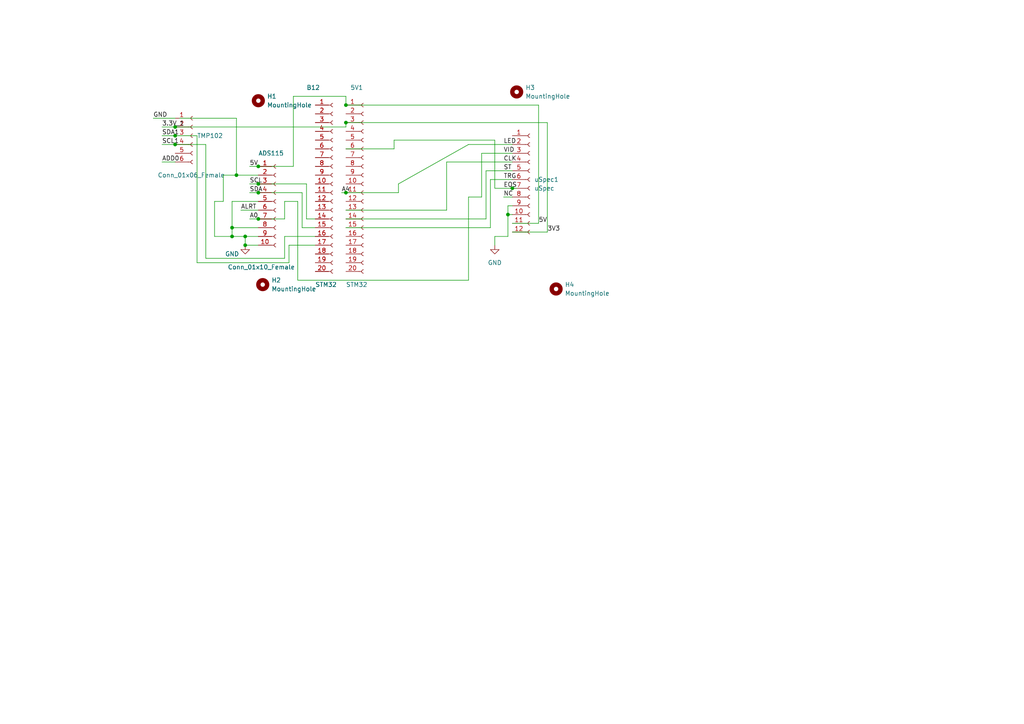
<source format=kicad_sch>
(kicad_sch (version 20211123) (generator eeschema)

  (uuid 9538e4ed-27e6-4c37-b989-9859dc0d49e8)

  (paper "A4")

  (lib_symbols
    (symbol "Connector:Conn_01x06_Female" (pin_names (offset 1.016) hide) (in_bom yes) (on_board yes)
      (property "Reference" "J" (id 0) (at 0 7.62 0)
        (effects (font (size 1.27 1.27)))
      )
      (property "Value" "Conn_01x06_Female" (id 1) (at 0 -10.16 0)
        (effects (font (size 1.27 1.27)))
      )
      (property "Footprint" "" (id 2) (at 0 0 0)
        (effects (font (size 1.27 1.27)) hide)
      )
      (property "Datasheet" "~" (id 3) (at 0 0 0)
        (effects (font (size 1.27 1.27)) hide)
      )
      (property "ki_keywords" "connector" (id 4) (at 0 0 0)
        (effects (font (size 1.27 1.27)) hide)
      )
      (property "ki_description" "Generic connector, single row, 01x06, script generated (kicad-library-utils/schlib/autogen/connector/)" (id 5) (at 0 0 0)
        (effects (font (size 1.27 1.27)) hide)
      )
      (property "ki_fp_filters" "Connector*:*_1x??_*" (id 6) (at 0 0 0)
        (effects (font (size 1.27 1.27)) hide)
      )
      (symbol "Conn_01x06_Female_1_1"
        (arc (start 0 -7.112) (mid -0.508 -7.62) (end 0 -8.128)
          (stroke (width 0.1524) (type default) (color 0 0 0 0))
          (fill (type none))
        )
        (arc (start 0 -4.572) (mid -0.508 -5.08) (end 0 -5.588)
          (stroke (width 0.1524) (type default) (color 0 0 0 0))
          (fill (type none))
        )
        (arc (start 0 -2.032) (mid -0.508 -2.54) (end 0 -3.048)
          (stroke (width 0.1524) (type default) (color 0 0 0 0))
          (fill (type none))
        )
        (polyline
          (pts
            (xy -1.27 -7.62)
            (xy -0.508 -7.62)
          )
          (stroke (width 0.1524) (type default) (color 0 0 0 0))
          (fill (type none))
        )
        (polyline
          (pts
            (xy -1.27 -5.08)
            (xy -0.508 -5.08)
          )
          (stroke (width 0.1524) (type default) (color 0 0 0 0))
          (fill (type none))
        )
        (polyline
          (pts
            (xy -1.27 -2.54)
            (xy -0.508 -2.54)
          )
          (stroke (width 0.1524) (type default) (color 0 0 0 0))
          (fill (type none))
        )
        (polyline
          (pts
            (xy -1.27 0)
            (xy -0.508 0)
          )
          (stroke (width 0.1524) (type default) (color 0 0 0 0))
          (fill (type none))
        )
        (polyline
          (pts
            (xy -1.27 2.54)
            (xy -0.508 2.54)
          )
          (stroke (width 0.1524) (type default) (color 0 0 0 0))
          (fill (type none))
        )
        (polyline
          (pts
            (xy -1.27 5.08)
            (xy -0.508 5.08)
          )
          (stroke (width 0.1524) (type default) (color 0 0 0 0))
          (fill (type none))
        )
        (arc (start 0 0.508) (mid -0.508 0) (end 0 -0.508)
          (stroke (width 0.1524) (type default) (color 0 0 0 0))
          (fill (type none))
        )
        (arc (start 0 3.048) (mid -0.508 2.54) (end 0 2.032)
          (stroke (width 0.1524) (type default) (color 0 0 0 0))
          (fill (type none))
        )
        (arc (start 0 5.588) (mid -0.508 5.08) (end 0 4.572)
          (stroke (width 0.1524) (type default) (color 0 0 0 0))
          (fill (type none))
        )
        (pin passive line (at -5.08 5.08 0) (length 3.81)
          (name "Pin_1" (effects (font (size 1.27 1.27))))
          (number "1" (effects (font (size 1.27 1.27))))
        )
        (pin passive line (at -5.08 2.54 0) (length 3.81)
          (name "Pin_2" (effects (font (size 1.27 1.27))))
          (number "2" (effects (font (size 1.27 1.27))))
        )
        (pin passive line (at -5.08 0 0) (length 3.81)
          (name "Pin_3" (effects (font (size 1.27 1.27))))
          (number "3" (effects (font (size 1.27 1.27))))
        )
        (pin passive line (at -5.08 -2.54 0) (length 3.81)
          (name "Pin_4" (effects (font (size 1.27 1.27))))
          (number "4" (effects (font (size 1.27 1.27))))
        )
        (pin passive line (at -5.08 -5.08 0) (length 3.81)
          (name "Pin_5" (effects (font (size 1.27 1.27))))
          (number "5" (effects (font (size 1.27 1.27))))
        )
        (pin passive line (at -5.08 -7.62 0) (length 3.81)
          (name "Pin_6" (effects (font (size 1.27 1.27))))
          (number "6" (effects (font (size 1.27 1.27))))
        )
      )
    )
    (symbol "Connector:Conn_01x10_Female" (pin_names (offset 1.016) hide) (in_bom yes) (on_board yes)
      (property "Reference" "J" (id 0) (at 0 12.7 0)
        (effects (font (size 1.27 1.27)))
      )
      (property "Value" "Conn_01x10_Female" (id 1) (at 0 -15.24 0)
        (effects (font (size 1.27 1.27)))
      )
      (property "Footprint" "" (id 2) (at 0 0 0)
        (effects (font (size 1.27 1.27)) hide)
      )
      (property "Datasheet" "~" (id 3) (at 0 0 0)
        (effects (font (size 1.27 1.27)) hide)
      )
      (property "ki_keywords" "connector" (id 4) (at 0 0 0)
        (effects (font (size 1.27 1.27)) hide)
      )
      (property "ki_description" "Generic connector, single row, 01x10, script generated (kicad-library-utils/schlib/autogen/connector/)" (id 5) (at 0 0 0)
        (effects (font (size 1.27 1.27)) hide)
      )
      (property "ki_fp_filters" "Connector*:*_1x??_*" (id 6) (at 0 0 0)
        (effects (font (size 1.27 1.27)) hide)
      )
      (symbol "Conn_01x10_Female_1_1"
        (arc (start 0 -12.192) (mid -0.508 -12.7) (end 0 -13.208)
          (stroke (width 0.1524) (type default) (color 0 0 0 0))
          (fill (type none))
        )
        (arc (start 0 -9.652) (mid -0.508 -10.16) (end 0 -10.668)
          (stroke (width 0.1524) (type default) (color 0 0 0 0))
          (fill (type none))
        )
        (arc (start 0 -7.112) (mid -0.508 -7.62) (end 0 -8.128)
          (stroke (width 0.1524) (type default) (color 0 0 0 0))
          (fill (type none))
        )
        (arc (start 0 -4.572) (mid -0.508 -5.08) (end 0 -5.588)
          (stroke (width 0.1524) (type default) (color 0 0 0 0))
          (fill (type none))
        )
        (arc (start 0 -2.032) (mid -0.508 -2.54) (end 0 -3.048)
          (stroke (width 0.1524) (type default) (color 0 0 0 0))
          (fill (type none))
        )
        (polyline
          (pts
            (xy -1.27 -12.7)
            (xy -0.508 -12.7)
          )
          (stroke (width 0.1524) (type default) (color 0 0 0 0))
          (fill (type none))
        )
        (polyline
          (pts
            (xy -1.27 -10.16)
            (xy -0.508 -10.16)
          )
          (stroke (width 0.1524) (type default) (color 0 0 0 0))
          (fill (type none))
        )
        (polyline
          (pts
            (xy -1.27 -7.62)
            (xy -0.508 -7.62)
          )
          (stroke (width 0.1524) (type default) (color 0 0 0 0))
          (fill (type none))
        )
        (polyline
          (pts
            (xy -1.27 -5.08)
            (xy -0.508 -5.08)
          )
          (stroke (width 0.1524) (type default) (color 0 0 0 0))
          (fill (type none))
        )
        (polyline
          (pts
            (xy -1.27 -2.54)
            (xy -0.508 -2.54)
          )
          (stroke (width 0.1524) (type default) (color 0 0 0 0))
          (fill (type none))
        )
        (polyline
          (pts
            (xy -1.27 0)
            (xy -0.508 0)
          )
          (stroke (width 0.1524) (type default) (color 0 0 0 0))
          (fill (type none))
        )
        (polyline
          (pts
            (xy -1.27 2.54)
            (xy -0.508 2.54)
          )
          (stroke (width 0.1524) (type default) (color 0 0 0 0))
          (fill (type none))
        )
        (polyline
          (pts
            (xy -1.27 5.08)
            (xy -0.508 5.08)
          )
          (stroke (width 0.1524) (type default) (color 0 0 0 0))
          (fill (type none))
        )
        (polyline
          (pts
            (xy -1.27 7.62)
            (xy -0.508 7.62)
          )
          (stroke (width 0.1524) (type default) (color 0 0 0 0))
          (fill (type none))
        )
        (polyline
          (pts
            (xy -1.27 10.16)
            (xy -0.508 10.16)
          )
          (stroke (width 0.1524) (type default) (color 0 0 0 0))
          (fill (type none))
        )
        (arc (start 0 0.508) (mid -0.508 0) (end 0 -0.508)
          (stroke (width 0.1524) (type default) (color 0 0 0 0))
          (fill (type none))
        )
        (arc (start 0 3.048) (mid -0.508 2.54) (end 0 2.032)
          (stroke (width 0.1524) (type default) (color 0 0 0 0))
          (fill (type none))
        )
        (arc (start 0 5.588) (mid -0.508 5.08) (end 0 4.572)
          (stroke (width 0.1524) (type default) (color 0 0 0 0))
          (fill (type none))
        )
        (arc (start 0 8.128) (mid -0.508 7.62) (end 0 7.112)
          (stroke (width 0.1524) (type default) (color 0 0 0 0))
          (fill (type none))
        )
        (arc (start 0 10.668) (mid -0.508 10.16) (end 0 9.652)
          (stroke (width 0.1524) (type default) (color 0 0 0 0))
          (fill (type none))
        )
        (pin passive line (at -5.08 10.16 0) (length 3.81)
          (name "Pin_1" (effects (font (size 1.27 1.27))))
          (number "1" (effects (font (size 1.27 1.27))))
        )
        (pin passive line (at -5.08 -12.7 0) (length 3.81)
          (name "Pin_10" (effects (font (size 1.27 1.27))))
          (number "10" (effects (font (size 1.27 1.27))))
        )
        (pin passive line (at -5.08 7.62 0) (length 3.81)
          (name "Pin_2" (effects (font (size 1.27 1.27))))
          (number "2" (effects (font (size 1.27 1.27))))
        )
        (pin passive line (at -5.08 5.08 0) (length 3.81)
          (name "Pin_3" (effects (font (size 1.27 1.27))))
          (number "3" (effects (font (size 1.27 1.27))))
        )
        (pin passive line (at -5.08 2.54 0) (length 3.81)
          (name "Pin_4" (effects (font (size 1.27 1.27))))
          (number "4" (effects (font (size 1.27 1.27))))
        )
        (pin passive line (at -5.08 0 0) (length 3.81)
          (name "Pin_5" (effects (font (size 1.27 1.27))))
          (number "5" (effects (font (size 1.27 1.27))))
        )
        (pin passive line (at -5.08 -2.54 0) (length 3.81)
          (name "Pin_6" (effects (font (size 1.27 1.27))))
          (number "6" (effects (font (size 1.27 1.27))))
        )
        (pin passive line (at -5.08 -5.08 0) (length 3.81)
          (name "Pin_7" (effects (font (size 1.27 1.27))))
          (number "7" (effects (font (size 1.27 1.27))))
        )
        (pin passive line (at -5.08 -7.62 0) (length 3.81)
          (name "Pin_8" (effects (font (size 1.27 1.27))))
          (number "8" (effects (font (size 1.27 1.27))))
        )
        (pin passive line (at -5.08 -10.16 0) (length 3.81)
          (name "Pin_9" (effects (font (size 1.27 1.27))))
          (number "9" (effects (font (size 1.27 1.27))))
        )
      )
    )
    (symbol "Connector:Conn_01x12_Female" (pin_names (offset 1.016) hide) (in_bom yes) (on_board yes)
      (property "Reference" "J" (id 0) (at 0 15.24 0)
        (effects (font (size 1.27 1.27)))
      )
      (property "Value" "Conn_01x12_Female" (id 1) (at 0 -17.78 0)
        (effects (font (size 1.27 1.27)))
      )
      (property "Footprint" "" (id 2) (at 0 0 0)
        (effects (font (size 1.27 1.27)) hide)
      )
      (property "Datasheet" "~" (id 3) (at 0 0 0)
        (effects (font (size 1.27 1.27)) hide)
      )
      (property "ki_keywords" "connector" (id 4) (at 0 0 0)
        (effects (font (size 1.27 1.27)) hide)
      )
      (property "ki_description" "Generic connector, single row, 01x12, script generated (kicad-library-utils/schlib/autogen/connector/)" (id 5) (at 0 0 0)
        (effects (font (size 1.27 1.27)) hide)
      )
      (property "ki_fp_filters" "Connector*:*_1x??_*" (id 6) (at 0 0 0)
        (effects (font (size 1.27 1.27)) hide)
      )
      (symbol "Conn_01x12_Female_1_1"
        (arc (start 0 -14.732) (mid -0.508 -15.24) (end 0 -15.748)
          (stroke (width 0.1524) (type default) (color 0 0 0 0))
          (fill (type none))
        )
        (arc (start 0 -12.192) (mid -0.508 -12.7) (end 0 -13.208)
          (stroke (width 0.1524) (type default) (color 0 0 0 0))
          (fill (type none))
        )
        (arc (start 0 -9.652) (mid -0.508 -10.16) (end 0 -10.668)
          (stroke (width 0.1524) (type default) (color 0 0 0 0))
          (fill (type none))
        )
        (arc (start 0 -7.112) (mid -0.508 -7.62) (end 0 -8.128)
          (stroke (width 0.1524) (type default) (color 0 0 0 0))
          (fill (type none))
        )
        (arc (start 0 -4.572) (mid -0.508 -5.08) (end 0 -5.588)
          (stroke (width 0.1524) (type default) (color 0 0 0 0))
          (fill (type none))
        )
        (arc (start 0 -2.032) (mid -0.508 -2.54) (end 0 -3.048)
          (stroke (width 0.1524) (type default) (color 0 0 0 0))
          (fill (type none))
        )
        (polyline
          (pts
            (xy -1.27 -15.24)
            (xy -0.508 -15.24)
          )
          (stroke (width 0.1524) (type default) (color 0 0 0 0))
          (fill (type none))
        )
        (polyline
          (pts
            (xy -1.27 -12.7)
            (xy -0.508 -12.7)
          )
          (stroke (width 0.1524) (type default) (color 0 0 0 0))
          (fill (type none))
        )
        (polyline
          (pts
            (xy -1.27 -10.16)
            (xy -0.508 -10.16)
          )
          (stroke (width 0.1524) (type default) (color 0 0 0 0))
          (fill (type none))
        )
        (polyline
          (pts
            (xy -1.27 -7.62)
            (xy -0.508 -7.62)
          )
          (stroke (width 0.1524) (type default) (color 0 0 0 0))
          (fill (type none))
        )
        (polyline
          (pts
            (xy -1.27 -5.08)
            (xy -0.508 -5.08)
          )
          (stroke (width 0.1524) (type default) (color 0 0 0 0))
          (fill (type none))
        )
        (polyline
          (pts
            (xy -1.27 -2.54)
            (xy -0.508 -2.54)
          )
          (stroke (width 0.1524) (type default) (color 0 0 0 0))
          (fill (type none))
        )
        (polyline
          (pts
            (xy -1.27 0)
            (xy -0.508 0)
          )
          (stroke (width 0.1524) (type default) (color 0 0 0 0))
          (fill (type none))
        )
        (polyline
          (pts
            (xy -1.27 2.54)
            (xy -0.508 2.54)
          )
          (stroke (width 0.1524) (type default) (color 0 0 0 0))
          (fill (type none))
        )
        (polyline
          (pts
            (xy -1.27 5.08)
            (xy -0.508 5.08)
          )
          (stroke (width 0.1524) (type default) (color 0 0 0 0))
          (fill (type none))
        )
        (polyline
          (pts
            (xy -1.27 7.62)
            (xy -0.508 7.62)
          )
          (stroke (width 0.1524) (type default) (color 0 0 0 0))
          (fill (type none))
        )
        (polyline
          (pts
            (xy -1.27 10.16)
            (xy -0.508 10.16)
          )
          (stroke (width 0.1524) (type default) (color 0 0 0 0))
          (fill (type none))
        )
        (polyline
          (pts
            (xy -1.27 12.7)
            (xy -0.508 12.7)
          )
          (stroke (width 0.1524) (type default) (color 0 0 0 0))
          (fill (type none))
        )
        (arc (start 0 0.508) (mid -0.508 0) (end 0 -0.508)
          (stroke (width 0.1524) (type default) (color 0 0 0 0))
          (fill (type none))
        )
        (arc (start 0 3.048) (mid -0.508 2.54) (end 0 2.032)
          (stroke (width 0.1524) (type default) (color 0 0 0 0))
          (fill (type none))
        )
        (arc (start 0 5.588) (mid -0.508 5.08) (end 0 4.572)
          (stroke (width 0.1524) (type default) (color 0 0 0 0))
          (fill (type none))
        )
        (arc (start 0 8.128) (mid -0.508 7.62) (end 0 7.112)
          (stroke (width 0.1524) (type default) (color 0 0 0 0))
          (fill (type none))
        )
        (arc (start 0 10.668) (mid -0.508 10.16) (end 0 9.652)
          (stroke (width 0.1524) (type default) (color 0 0 0 0))
          (fill (type none))
        )
        (arc (start 0 13.208) (mid -0.508 12.7) (end 0 12.192)
          (stroke (width 0.1524) (type default) (color 0 0 0 0))
          (fill (type none))
        )
        (pin passive line (at -5.08 12.7 0) (length 3.81)
          (name "Pin_1" (effects (font (size 1.27 1.27))))
          (number "1" (effects (font (size 1.27 1.27))))
        )
        (pin passive line (at -5.08 -10.16 0) (length 3.81)
          (name "Pin_10" (effects (font (size 1.27 1.27))))
          (number "10" (effects (font (size 1.27 1.27))))
        )
        (pin passive line (at -5.08 -12.7 0) (length 3.81)
          (name "Pin_11" (effects (font (size 1.27 1.27))))
          (number "11" (effects (font (size 1.27 1.27))))
        )
        (pin passive line (at -5.08 -15.24 0) (length 3.81)
          (name "Pin_12" (effects (font (size 1.27 1.27))))
          (number "12" (effects (font (size 1.27 1.27))))
        )
        (pin passive line (at -5.08 10.16 0) (length 3.81)
          (name "Pin_2" (effects (font (size 1.27 1.27))))
          (number "2" (effects (font (size 1.27 1.27))))
        )
        (pin passive line (at -5.08 7.62 0) (length 3.81)
          (name "Pin_3" (effects (font (size 1.27 1.27))))
          (number "3" (effects (font (size 1.27 1.27))))
        )
        (pin passive line (at -5.08 5.08 0) (length 3.81)
          (name "Pin_4" (effects (font (size 1.27 1.27))))
          (number "4" (effects (font (size 1.27 1.27))))
        )
        (pin passive line (at -5.08 2.54 0) (length 3.81)
          (name "Pin_5" (effects (font (size 1.27 1.27))))
          (number "5" (effects (font (size 1.27 1.27))))
        )
        (pin passive line (at -5.08 0 0) (length 3.81)
          (name "Pin_6" (effects (font (size 1.27 1.27))))
          (number "6" (effects (font (size 1.27 1.27))))
        )
        (pin passive line (at -5.08 -2.54 0) (length 3.81)
          (name "Pin_7" (effects (font (size 1.27 1.27))))
          (number "7" (effects (font (size 1.27 1.27))))
        )
        (pin passive line (at -5.08 -5.08 0) (length 3.81)
          (name "Pin_8" (effects (font (size 1.27 1.27))))
          (number "8" (effects (font (size 1.27 1.27))))
        )
        (pin passive line (at -5.08 -7.62 0) (length 3.81)
          (name "Pin_9" (effects (font (size 1.27 1.27))))
          (number "9" (effects (font (size 1.27 1.27))))
        )
      )
    )
    (symbol "Connector:Conn_01x20_Female" (pin_names (offset 1.016) hide) (in_bom yes) (on_board yes)
      (property "Reference" "J" (id 0) (at 0 25.4 0)
        (effects (font (size 1.27 1.27)))
      )
      (property "Value" "Conn_01x20_Female" (id 1) (at 0 -27.94 0)
        (effects (font (size 1.27 1.27)))
      )
      (property "Footprint" "" (id 2) (at 0 0 0)
        (effects (font (size 1.27 1.27)) hide)
      )
      (property "Datasheet" "~" (id 3) (at 0 0 0)
        (effects (font (size 1.27 1.27)) hide)
      )
      (property "ki_keywords" "connector" (id 4) (at 0 0 0)
        (effects (font (size 1.27 1.27)) hide)
      )
      (property "ki_description" "Generic connector, single row, 01x20, script generated (kicad-library-utils/schlib/autogen/connector/)" (id 5) (at 0 0 0)
        (effects (font (size 1.27 1.27)) hide)
      )
      (property "ki_fp_filters" "Connector*:*_1x??_*" (id 6) (at 0 0 0)
        (effects (font (size 1.27 1.27)) hide)
      )
      (symbol "Conn_01x20_Female_1_1"
        (arc (start 0 -24.892) (mid -0.508 -25.4) (end 0 -25.908)
          (stroke (width 0.1524) (type default) (color 0 0 0 0))
          (fill (type none))
        )
        (arc (start 0 -22.352) (mid -0.508 -22.86) (end 0 -23.368)
          (stroke (width 0.1524) (type default) (color 0 0 0 0))
          (fill (type none))
        )
        (arc (start 0 -19.812) (mid -0.508 -20.32) (end 0 -20.828)
          (stroke (width 0.1524) (type default) (color 0 0 0 0))
          (fill (type none))
        )
        (arc (start 0 -17.272) (mid -0.508 -17.78) (end 0 -18.288)
          (stroke (width 0.1524) (type default) (color 0 0 0 0))
          (fill (type none))
        )
        (arc (start 0 -14.732) (mid -0.508 -15.24) (end 0 -15.748)
          (stroke (width 0.1524) (type default) (color 0 0 0 0))
          (fill (type none))
        )
        (arc (start 0 -12.192) (mid -0.508 -12.7) (end 0 -13.208)
          (stroke (width 0.1524) (type default) (color 0 0 0 0))
          (fill (type none))
        )
        (arc (start 0 -9.652) (mid -0.508 -10.16) (end 0 -10.668)
          (stroke (width 0.1524) (type default) (color 0 0 0 0))
          (fill (type none))
        )
        (arc (start 0 -7.112) (mid -0.508 -7.62) (end 0 -8.128)
          (stroke (width 0.1524) (type default) (color 0 0 0 0))
          (fill (type none))
        )
        (arc (start 0 -4.572) (mid -0.508 -5.08) (end 0 -5.588)
          (stroke (width 0.1524) (type default) (color 0 0 0 0))
          (fill (type none))
        )
        (arc (start 0 -2.032) (mid -0.508 -2.54) (end 0 -3.048)
          (stroke (width 0.1524) (type default) (color 0 0 0 0))
          (fill (type none))
        )
        (polyline
          (pts
            (xy -1.27 -25.4)
            (xy -0.508 -25.4)
          )
          (stroke (width 0.1524) (type default) (color 0 0 0 0))
          (fill (type none))
        )
        (polyline
          (pts
            (xy -1.27 -22.86)
            (xy -0.508 -22.86)
          )
          (stroke (width 0.1524) (type default) (color 0 0 0 0))
          (fill (type none))
        )
        (polyline
          (pts
            (xy -1.27 -20.32)
            (xy -0.508 -20.32)
          )
          (stroke (width 0.1524) (type default) (color 0 0 0 0))
          (fill (type none))
        )
        (polyline
          (pts
            (xy -1.27 -17.78)
            (xy -0.508 -17.78)
          )
          (stroke (width 0.1524) (type default) (color 0 0 0 0))
          (fill (type none))
        )
        (polyline
          (pts
            (xy -1.27 -15.24)
            (xy -0.508 -15.24)
          )
          (stroke (width 0.1524) (type default) (color 0 0 0 0))
          (fill (type none))
        )
        (polyline
          (pts
            (xy -1.27 -12.7)
            (xy -0.508 -12.7)
          )
          (stroke (width 0.1524) (type default) (color 0 0 0 0))
          (fill (type none))
        )
        (polyline
          (pts
            (xy -1.27 -10.16)
            (xy -0.508 -10.16)
          )
          (stroke (width 0.1524) (type default) (color 0 0 0 0))
          (fill (type none))
        )
        (polyline
          (pts
            (xy -1.27 -7.62)
            (xy -0.508 -7.62)
          )
          (stroke (width 0.1524) (type default) (color 0 0 0 0))
          (fill (type none))
        )
        (polyline
          (pts
            (xy -1.27 -5.08)
            (xy -0.508 -5.08)
          )
          (stroke (width 0.1524) (type default) (color 0 0 0 0))
          (fill (type none))
        )
        (polyline
          (pts
            (xy -1.27 -2.54)
            (xy -0.508 -2.54)
          )
          (stroke (width 0.1524) (type default) (color 0 0 0 0))
          (fill (type none))
        )
        (polyline
          (pts
            (xy -1.27 0)
            (xy -0.508 0)
          )
          (stroke (width 0.1524) (type default) (color 0 0 0 0))
          (fill (type none))
        )
        (polyline
          (pts
            (xy -1.27 2.54)
            (xy -0.508 2.54)
          )
          (stroke (width 0.1524) (type default) (color 0 0 0 0))
          (fill (type none))
        )
        (polyline
          (pts
            (xy -1.27 5.08)
            (xy -0.508 5.08)
          )
          (stroke (width 0.1524) (type default) (color 0 0 0 0))
          (fill (type none))
        )
        (polyline
          (pts
            (xy -1.27 7.62)
            (xy -0.508 7.62)
          )
          (stroke (width 0.1524) (type default) (color 0 0 0 0))
          (fill (type none))
        )
        (polyline
          (pts
            (xy -1.27 10.16)
            (xy -0.508 10.16)
          )
          (stroke (width 0.1524) (type default) (color 0 0 0 0))
          (fill (type none))
        )
        (polyline
          (pts
            (xy -1.27 12.7)
            (xy -0.508 12.7)
          )
          (stroke (width 0.1524) (type default) (color 0 0 0 0))
          (fill (type none))
        )
        (polyline
          (pts
            (xy -1.27 15.24)
            (xy -0.508 15.24)
          )
          (stroke (width 0.1524) (type default) (color 0 0 0 0))
          (fill (type none))
        )
        (polyline
          (pts
            (xy -1.27 17.78)
            (xy -0.508 17.78)
          )
          (stroke (width 0.1524) (type default) (color 0 0 0 0))
          (fill (type none))
        )
        (polyline
          (pts
            (xy -1.27 20.32)
            (xy -0.508 20.32)
          )
          (stroke (width 0.1524) (type default) (color 0 0 0 0))
          (fill (type none))
        )
        (polyline
          (pts
            (xy -1.27 22.86)
            (xy -0.508 22.86)
          )
          (stroke (width 0.1524) (type default) (color 0 0 0 0))
          (fill (type none))
        )
        (arc (start 0 0.508) (mid -0.508 0) (end 0 -0.508)
          (stroke (width 0.1524) (type default) (color 0 0 0 0))
          (fill (type none))
        )
        (arc (start 0 3.048) (mid -0.508 2.54) (end 0 2.032)
          (stroke (width 0.1524) (type default) (color 0 0 0 0))
          (fill (type none))
        )
        (arc (start 0 5.588) (mid -0.508 5.08) (end 0 4.572)
          (stroke (width 0.1524) (type default) (color 0 0 0 0))
          (fill (type none))
        )
        (arc (start 0 8.128) (mid -0.508 7.62) (end 0 7.112)
          (stroke (width 0.1524) (type default) (color 0 0 0 0))
          (fill (type none))
        )
        (arc (start 0 10.668) (mid -0.508 10.16) (end 0 9.652)
          (stroke (width 0.1524) (type default) (color 0 0 0 0))
          (fill (type none))
        )
        (arc (start 0 13.208) (mid -0.508 12.7) (end 0 12.192)
          (stroke (width 0.1524) (type default) (color 0 0 0 0))
          (fill (type none))
        )
        (arc (start 0 15.748) (mid -0.508 15.24) (end 0 14.732)
          (stroke (width 0.1524) (type default) (color 0 0 0 0))
          (fill (type none))
        )
        (arc (start 0 18.288) (mid -0.508 17.78) (end 0 17.272)
          (stroke (width 0.1524) (type default) (color 0 0 0 0))
          (fill (type none))
        )
        (arc (start 0 20.828) (mid -0.508 20.32) (end 0 19.812)
          (stroke (width 0.1524) (type default) (color 0 0 0 0))
          (fill (type none))
        )
        (arc (start 0 23.368) (mid -0.508 22.86) (end 0 22.352)
          (stroke (width 0.1524) (type default) (color 0 0 0 0))
          (fill (type none))
        )
        (pin passive line (at -5.08 22.86 0) (length 3.81)
          (name "Pin_1" (effects (font (size 1.27 1.27))))
          (number "1" (effects (font (size 1.27 1.27))))
        )
        (pin passive line (at -5.08 0 0) (length 3.81)
          (name "Pin_10" (effects (font (size 1.27 1.27))))
          (number "10" (effects (font (size 1.27 1.27))))
        )
        (pin passive line (at -5.08 -2.54 0) (length 3.81)
          (name "Pin_11" (effects (font (size 1.27 1.27))))
          (number "11" (effects (font (size 1.27 1.27))))
        )
        (pin passive line (at -5.08 -5.08 0) (length 3.81)
          (name "Pin_12" (effects (font (size 1.27 1.27))))
          (number "12" (effects (font (size 1.27 1.27))))
        )
        (pin passive line (at -5.08 -7.62 0) (length 3.81)
          (name "Pin_13" (effects (font (size 1.27 1.27))))
          (number "13" (effects (font (size 1.27 1.27))))
        )
        (pin passive line (at -5.08 -10.16 0) (length 3.81)
          (name "Pin_14" (effects (font (size 1.27 1.27))))
          (number "14" (effects (font (size 1.27 1.27))))
        )
        (pin passive line (at -5.08 -12.7 0) (length 3.81)
          (name "Pin_15" (effects (font (size 1.27 1.27))))
          (number "15" (effects (font (size 1.27 1.27))))
        )
        (pin passive line (at -5.08 -15.24 0) (length 3.81)
          (name "Pin_16" (effects (font (size 1.27 1.27))))
          (number "16" (effects (font (size 1.27 1.27))))
        )
        (pin passive line (at -5.08 -17.78 0) (length 3.81)
          (name "Pin_17" (effects (font (size 1.27 1.27))))
          (number "17" (effects (font (size 1.27 1.27))))
        )
        (pin passive line (at -5.08 -20.32 0) (length 3.81)
          (name "Pin_18" (effects (font (size 1.27 1.27))))
          (number "18" (effects (font (size 1.27 1.27))))
        )
        (pin passive line (at -5.08 -22.86 0) (length 3.81)
          (name "Pin_19" (effects (font (size 1.27 1.27))))
          (number "19" (effects (font (size 1.27 1.27))))
        )
        (pin passive line (at -5.08 20.32 0) (length 3.81)
          (name "Pin_2" (effects (font (size 1.27 1.27))))
          (number "2" (effects (font (size 1.27 1.27))))
        )
        (pin passive line (at -5.08 -25.4 0) (length 3.81)
          (name "Pin_20" (effects (font (size 1.27 1.27))))
          (number "20" (effects (font (size 1.27 1.27))))
        )
        (pin passive line (at -5.08 17.78 0) (length 3.81)
          (name "Pin_3" (effects (font (size 1.27 1.27))))
          (number "3" (effects (font (size 1.27 1.27))))
        )
        (pin passive line (at -5.08 15.24 0) (length 3.81)
          (name "Pin_4" (effects (font (size 1.27 1.27))))
          (number "4" (effects (font (size 1.27 1.27))))
        )
        (pin passive line (at -5.08 12.7 0) (length 3.81)
          (name "Pin_5" (effects (font (size 1.27 1.27))))
          (number "5" (effects (font (size 1.27 1.27))))
        )
        (pin passive line (at -5.08 10.16 0) (length 3.81)
          (name "Pin_6" (effects (font (size 1.27 1.27))))
          (number "6" (effects (font (size 1.27 1.27))))
        )
        (pin passive line (at -5.08 7.62 0) (length 3.81)
          (name "Pin_7" (effects (font (size 1.27 1.27))))
          (number "7" (effects (font (size 1.27 1.27))))
        )
        (pin passive line (at -5.08 5.08 0) (length 3.81)
          (name "Pin_8" (effects (font (size 1.27 1.27))))
          (number "8" (effects (font (size 1.27 1.27))))
        )
        (pin passive line (at -5.08 2.54 0) (length 3.81)
          (name "Pin_9" (effects (font (size 1.27 1.27))))
          (number "9" (effects (font (size 1.27 1.27))))
        )
      )
    )
    (symbol "Mechanical:MountingHole" (pin_names (offset 1.016)) (in_bom yes) (on_board yes)
      (property "Reference" "H" (id 0) (at 0 5.08 0)
        (effects (font (size 1.27 1.27)))
      )
      (property "Value" "MountingHole" (id 1) (at 0 3.175 0)
        (effects (font (size 1.27 1.27)))
      )
      (property "Footprint" "" (id 2) (at 0 0 0)
        (effects (font (size 1.27 1.27)) hide)
      )
      (property "Datasheet" "~" (id 3) (at 0 0 0)
        (effects (font (size 1.27 1.27)) hide)
      )
      (property "ki_keywords" "mounting hole" (id 4) (at 0 0 0)
        (effects (font (size 1.27 1.27)) hide)
      )
      (property "ki_description" "Mounting Hole without connection" (id 5) (at 0 0 0)
        (effects (font (size 1.27 1.27)) hide)
      )
      (property "ki_fp_filters" "MountingHole*" (id 6) (at 0 0 0)
        (effects (font (size 1.27 1.27)) hide)
      )
      (symbol "MountingHole_0_1"
        (circle (center 0 0) (radius 1.27)
          (stroke (width 1.27) (type default) (color 0 0 0 0))
          (fill (type none))
        )
      )
    )
    (symbol "power:GND" (power) (pin_names (offset 0)) (in_bom yes) (on_board yes)
      (property "Reference" "#PWR" (id 0) (at 0 -6.35 0)
        (effects (font (size 1.27 1.27)) hide)
      )
      (property "Value" "GND" (id 1) (at 0 -3.81 0)
        (effects (font (size 1.27 1.27)))
      )
      (property "Footprint" "" (id 2) (at 0 0 0)
        (effects (font (size 1.27 1.27)) hide)
      )
      (property "Datasheet" "" (id 3) (at 0 0 0)
        (effects (font (size 1.27 1.27)) hide)
      )
      (property "ki_keywords" "power-flag" (id 4) (at 0 0 0)
        (effects (font (size 1.27 1.27)) hide)
      )
      (property "ki_description" "Power symbol creates a global label with name \"GND\" , ground" (id 5) (at 0 0 0)
        (effects (font (size 1.27 1.27)) hide)
      )
      (symbol "GND_0_1"
        (polyline
          (pts
            (xy 0 0)
            (xy 0 -1.27)
            (xy 1.27 -1.27)
            (xy 0 -2.54)
            (xy -1.27 -1.27)
            (xy 0 -1.27)
          )
          (stroke (width 0) (type default) (color 0 0 0 0))
          (fill (type none))
        )
      )
      (symbol "GND_1_1"
        (pin power_in line (at 0 0 270) (length 0) hide
          (name "GND" (effects (font (size 1.27 1.27))))
          (number "1" (effects (font (size 1.27 1.27))))
        )
      )
    )
  )

  (junction (at 100.33 55.88) (diameter 0) (color 0 0 0 0)
    (uuid 074f4509-d194-45e6-bdd3-519a972cfcb1)
  )
  (junction (at 71.12 68.58) (diameter 0) (color 0 0 0 0)
    (uuid 1e12ff61-a379-4fc3-81a8-d6c3d612411a)
  )
  (junction (at 74.93 53.34) (diameter 0) (color 0 0 0 0)
    (uuid 21b38611-6629-4a74-9a47-f02ac95c91cd)
  )
  (junction (at 74.93 48.26) (diameter 0) (color 0 0 0 0)
    (uuid 538a5dae-8fb2-43b3-8c61-973e39d0f8b8)
  )
  (junction (at 68.58 50.8) (diameter 0) (color 0 0 0 0)
    (uuid 619a646a-ed02-49ff-97fc-ab8f93eded8e)
  )
  (junction (at 71.12 71.12) (diameter 0) (color 0 0 0 0)
    (uuid 7837aa72-4013-469b-9a97-3da3b0afa27e)
  )
  (junction (at 67.31 68.58) (diameter 0) (color 0 0 0 0)
    (uuid 796ee7dc-fe3f-4c0b-8f95-2527744e9a73)
  )
  (junction (at 148.59 54.61) (diameter 0) (color 0 0 0 0)
    (uuid 8b550f68-7124-4893-aca9-14a3e63d5e44)
  )
  (junction (at 50.8 36.83) (diameter 0) (color 0 0 0 0)
    (uuid 8cd3af7d-8665-498d-a83c-5baf7862e991)
  )
  (junction (at 100.33 30.48) (diameter 0) (color 0 0 0 0)
    (uuid a415850a-b117-4bd9-b480-38cd22f1417b)
  )
  (junction (at 100.33 35.56) (diameter 0) (color 0 0 0 0)
    (uuid a6c5227d-0fea-47b5-8969-59f2683aed7b)
  )
  (junction (at 74.93 55.88) (diameter 0) (color 0 0 0 0)
    (uuid a88db7e8-8fe1-4231-b468-63a089a1de6c)
  )
  (junction (at 147.32 62.23) (diameter 0) (color 0 0 0 0)
    (uuid b3b7b9da-850f-4640-a038-8e957cbacb39)
  )
  (junction (at 50.8 39.37) (diameter 0) (color 0 0 0 0)
    (uuid b542ecbe-be10-4cf7-94d7-9a0e61f34542)
  )
  (junction (at 67.31 66.04) (diameter 0) (color 0 0 0 0)
    (uuid c8d57fd9-907f-4b1f-87ef-0214492c5757)
  )
  (junction (at 50.8 41.91) (diameter 0) (color 0 0 0 0)
    (uuid f0919a17-fbb1-4692-99c4-29078db562bd)
  )
  (junction (at 74.93 63.5) (diameter 0) (color 0 0 0 0)
    (uuid fc7f7087-70f9-4f6e-a26c-9cdb26486a44)
  )

  (wire (pts (xy 129.54 46.99) (xy 129.54 60.96))
    (stroke (width 0) (type default) (color 0 0 0 0))
    (uuid 00aef275-d9d5-4586-91bc-409f0f3b586d)
  )
  (wire (pts (xy 87.63 66.04) (xy 87.63 55.88))
    (stroke (width 0) (type default) (color 0 0 0 0))
    (uuid 02052122-df80-4c45-9127-1b078d47994b)
  )
  (wire (pts (xy 62.23 58.42) (xy 64.77 58.42))
    (stroke (width 0) (type default) (color 0 0 0 0))
    (uuid 090547c8-0a4c-4c8b-99ff-b7137a94b3b3)
  )
  (wire (pts (xy 158.75 67.31) (xy 148.59 67.31))
    (stroke (width 0) (type default) (color 0 0 0 0))
    (uuid 09ac738f-43df-45c1-a3b9-79a7f56cd67e)
  )
  (wire (pts (xy 64.77 50.8) (xy 68.58 50.8))
    (stroke (width 0) (type default) (color 0 0 0 0))
    (uuid 0a357af9-4517-41c0-9c3b-41f96d80989f)
  )
  (wire (pts (xy 140.97 63.5) (xy 100.33 63.5))
    (stroke (width 0) (type default) (color 0 0 0 0))
    (uuid 0e15b5a1-5bfa-42e9-a049-5f3ab68e339e)
  )
  (wire (pts (xy 99.06 55.88) (xy 100.33 55.88))
    (stroke (width 0) (type default) (color 0 0 0 0))
    (uuid 0fba5786-7dc1-41ee-b4b2-241351c3f5f0)
  )
  (wire (pts (xy 44.45 34.29) (xy 50.8 34.29))
    (stroke (width 0) (type default) (color 0 0 0 0))
    (uuid 15362f7e-8f12-4b1a-8be6-7029ba9c5238)
  )
  (wire (pts (xy 71.12 71.12) (xy 74.93 71.12))
    (stroke (width 0) (type default) (color 0 0 0 0))
    (uuid 169fbfaa-c992-4efb-9462-2b5044b30289)
  )
  (wire (pts (xy 71.12 68.58) (xy 74.93 68.58))
    (stroke (width 0) (type default) (color 0 0 0 0))
    (uuid 1a8fb2cc-6f5e-4e7e-9159-44e6204ea305)
  )
  (wire (pts (xy 148.59 64.77) (xy 156.21 64.77))
    (stroke (width 0) (type default) (color 0 0 0 0))
    (uuid 1b544d8d-2a44-4bdc-93b8-e16f77d35eeb)
  )
  (wire (pts (xy 129.54 46.99) (xy 148.59 46.99))
    (stroke (width 0) (type default) (color 0 0 0 0))
    (uuid 215470bc-8eca-4f7e-84a0-7e8f27416cbd)
  )
  (wire (pts (xy 67.31 58.42) (xy 67.31 66.04))
    (stroke (width 0) (type default) (color 0 0 0 0))
    (uuid 22257ff6-4f8f-468a-9b09-80d513b3b3f2)
  )
  (wire (pts (xy 147.32 68.58) (xy 147.32 62.23))
    (stroke (width 0) (type default) (color 0 0 0 0))
    (uuid 264de074-12ab-4a8b-904a-4d2a0da8e17b)
  )
  (wire (pts (xy 46.99 46.99) (xy 50.8 46.99))
    (stroke (width 0) (type default) (color 0 0 0 0))
    (uuid 2caa6854-09b5-430b-9c6d-e39ff917e26a)
  )
  (wire (pts (xy 91.44 63.5) (xy 88.9 63.5))
    (stroke (width 0) (type default) (color 0 0 0 0))
    (uuid 2fa74188-178e-45c1-ba38-e09bf53ffca0)
  )
  (wire (pts (xy 46.99 36.83) (xy 50.8 36.83))
    (stroke (width 0) (type default) (color 0 0 0 0))
    (uuid 3310aaa3-56b7-43c8-949e-38742d6195df)
  )
  (wire (pts (xy 74.93 48.26) (xy 85.09 48.26))
    (stroke (width 0) (type default) (color 0 0 0 0))
    (uuid 365e72a4-b4a8-42c1-ba94-eb0f9c9fd3ff)
  )
  (wire (pts (xy 50.8 41.91) (xy 59.69 41.91))
    (stroke (width 0) (type default) (color 0 0 0 0))
    (uuid 37805254-eeeb-41fa-b5f8-ab692f5acc52)
  )
  (wire (pts (xy 74.93 58.42) (xy 67.31 58.42))
    (stroke (width 0) (type default) (color 0 0 0 0))
    (uuid 3822ad7e-2aae-4b20-a8d7-875b69e67ca4)
  )
  (wire (pts (xy 86.36 81.28) (xy 135.89 81.28))
    (stroke (width 0) (type default) (color 0 0 0 0))
    (uuid 39c9b0b0-197e-4706-81a9-0542eab5ec2a)
  )
  (wire (pts (xy 147.32 62.23) (xy 147.32 59.69))
    (stroke (width 0) (type default) (color 0 0 0 0))
    (uuid 3a9e237f-f449-4646-a1f4-cef9a2bf77cc)
  )
  (wire (pts (xy 135.89 41.91) (xy 148.59 41.91))
    (stroke (width 0) (type default) (color 0 0 0 0))
    (uuid 3c784b19-4620-45d3-a765-fd2f5bc08999)
  )
  (wire (pts (xy 91.44 66.04) (xy 87.63 66.04))
    (stroke (width 0) (type default) (color 0 0 0 0))
    (uuid 3cdba548-b83f-473b-9060-576f47a5187e)
  )
  (wire (pts (xy 59.69 74.93) (xy 82.55 74.93))
    (stroke (width 0) (type default) (color 0 0 0 0))
    (uuid 40e1c1b5-bd0c-4e9c-9a98-381efd3bc3c0)
  )
  (wire (pts (xy 64.77 50.8) (xy 64.77 58.42))
    (stroke (width 0) (type default) (color 0 0 0 0))
    (uuid 4140f1f1-f3c3-46c1-a7ed-dcd77cbe489e)
  )
  (wire (pts (xy 86.36 81.28) (xy 86.36 58.42))
    (stroke (width 0) (type default) (color 0 0 0 0))
    (uuid 43790ae5-ddde-4218-97e4-1964af38d420)
  )
  (wire (pts (xy 143.51 71.12) (xy 143.51 68.58))
    (stroke (width 0) (type default) (color 0 0 0 0))
    (uuid 4da1b3b2-c073-422c-a5a1-a93d6bc84994)
  )
  (wire (pts (xy 72.39 53.34) (xy 74.93 53.34))
    (stroke (width 0) (type default) (color 0 0 0 0))
    (uuid 4f92bc44-7bf1-432d-892d-8247e7b0fa36)
  )
  (wire (pts (xy 50.8 36.83) (xy 100.33 36.83))
    (stroke (width 0) (type default) (color 0 0 0 0))
    (uuid 50eea880-c1c7-4f57-a32a-22c49b270bd2)
  )
  (wire (pts (xy 72.39 48.26) (xy 74.93 48.26))
    (stroke (width 0) (type default) (color 0 0 0 0))
    (uuid 550b4c3d-d7ae-47ac-897c-516108b07dc8)
  )
  (wire (pts (xy 100.33 27.94) (xy 85.09 27.94))
    (stroke (width 0) (type default) (color 0 0 0 0))
    (uuid 56361ff5-53fd-4f10-b2dc-3529973a6381)
  )
  (wire (pts (xy 82.55 58.42) (xy 82.55 63.5))
    (stroke (width 0) (type default) (color 0 0 0 0))
    (uuid 598ca1c6-3383-4df7-af65-94f9c62ba92d)
  )
  (wire (pts (xy 71.12 68.58) (xy 71.12 71.12))
    (stroke (width 0) (type default) (color 0 0 0 0))
    (uuid 5dc772ba-7495-4fd4-9546-2b63e7f78136)
  )
  (wire (pts (xy 74.93 55.88) (xy 87.63 55.88))
    (stroke (width 0) (type default) (color 0 0 0 0))
    (uuid 5f9ba868-781d-4ec6-b418-4727c7f00255)
  )
  (wire (pts (xy 143.51 54.61) (xy 148.59 54.61))
    (stroke (width 0) (type default) (color 0 0 0 0))
    (uuid 60805d7f-f1fe-455c-9445-20ec14a54588)
  )
  (wire (pts (xy 129.54 60.96) (xy 100.33 60.96))
    (stroke (width 0) (type default) (color 0 0 0 0))
    (uuid 6a177e29-0084-48ea-a32f-9be171dab612)
  )
  (wire (pts (xy 86.36 58.42) (xy 82.55 58.42))
    (stroke (width 0) (type default) (color 0 0 0 0))
    (uuid 71df7d7d-1cf9-4b3a-8df8-08db65c6a2f9)
  )
  (wire (pts (xy 100.33 30.48) (xy 156.21 30.48))
    (stroke (width 0) (type default) (color 0 0 0 0))
    (uuid 72576b80-3a3b-4692-8fce-8b6e539a2356)
  )
  (wire (pts (xy 62.23 58.42) (xy 62.23 68.58))
    (stroke (width 0) (type default) (color 0 0 0 0))
    (uuid 72e2cb3c-84a9-4e35-a2de-1bf710904a82)
  )
  (wire (pts (xy 143.51 54.61) (xy 143.51 40.64))
    (stroke (width 0) (type default) (color 0 0 0 0))
    (uuid 744d0e84-be34-42e2-8449-4e44c87eb186)
  )
  (wire (pts (xy 135.89 81.28) (xy 135.89 57.15))
    (stroke (width 0) (type default) (color 0 0 0 0))
    (uuid 75bea833-7021-468f-98af-2ff2863f8782)
  )
  (wire (pts (xy 62.23 68.58) (xy 67.31 68.58))
    (stroke (width 0) (type default) (color 0 0 0 0))
    (uuid 765f906d-ac30-4879-a644-82e64a16f27f)
  )
  (wire (pts (xy 140.97 49.53) (xy 140.97 63.5))
    (stroke (width 0) (type default) (color 0 0 0 0))
    (uuid 76c0045f-d2c3-4c59-83e0-31d97fff4a66)
  )
  (wire (pts (xy 72.39 63.5) (xy 74.93 63.5))
    (stroke (width 0) (type default) (color 0 0 0 0))
    (uuid 77319cb2-2fb3-404b-bd9a-8d31744a8096)
  )
  (wire (pts (xy 59.69 41.91) (xy 59.69 74.93))
    (stroke (width 0) (type default) (color 0 0 0 0))
    (uuid 777f5b78-cae0-41d5-90df-52294c151fab)
  )
  (wire (pts (xy 143.51 40.64) (xy 114.3 40.64))
    (stroke (width 0) (type default) (color 0 0 0 0))
    (uuid 77c5faea-7e81-41b8-9628-16dc18eed78e)
  )
  (wire (pts (xy 88.9 63.5) (xy 88.9 53.34))
    (stroke (width 0) (type default) (color 0 0 0 0))
    (uuid 7a0f661a-6828-4d74-9f3f-4e87d5bfb272)
  )
  (wire (pts (xy 83.82 76.2) (xy 57.15 76.2))
    (stroke (width 0) (type default) (color 0 0 0 0))
    (uuid 7b2af4e9-b645-45a5-844c-2c11d43f3110)
  )
  (wire (pts (xy 100.33 36.83) (xy 100.33 35.56))
    (stroke (width 0) (type default) (color 0 0 0 0))
    (uuid 7df0b9da-3c76-4ddf-a2ae-ce7c04cbec50)
  )
  (wire (pts (xy 142.24 52.07) (xy 142.24 66.04))
    (stroke (width 0) (type default) (color 0 0 0 0))
    (uuid 7e0080c2-4910-4e8b-8139-bcadb8ffed6a)
  )
  (wire (pts (xy 74.93 53.34) (xy 88.9 53.34))
    (stroke (width 0) (type default) (color 0 0 0 0))
    (uuid 8dfa77aa-1f81-4317-a8ad-f4d6e6fcae7c)
  )
  (wire (pts (xy 67.31 66.04) (xy 67.31 68.58))
    (stroke (width 0) (type default) (color 0 0 0 0))
    (uuid 90ce357d-53f7-46e3-b792-729fb2e72188)
  )
  (wire (pts (xy 100.33 55.88) (xy 115.57 55.88))
    (stroke (width 0) (type default) (color 0 0 0 0))
    (uuid 92424972-725d-4157-a9fa-e059cbd9e627)
  )
  (wire (pts (xy 83.82 71.12) (xy 83.82 76.2))
    (stroke (width 0) (type default) (color 0 0 0 0))
    (uuid 95524c0e-0ecb-40e8-829c-1c846817c58c)
  )
  (wire (pts (xy 82.55 68.58) (xy 91.44 68.58))
    (stroke (width 0) (type default) (color 0 0 0 0))
    (uuid 9667d952-2393-4651-ab31-9794d3eeab90)
  )
  (wire (pts (xy 158.75 67.31) (xy 158.75 35.56))
    (stroke (width 0) (type default) (color 0 0 0 0))
    (uuid 9673d7cf-4c53-46b5-9a7b-213713204f75)
  )
  (wire (pts (xy 68.58 34.29) (xy 68.58 50.8))
    (stroke (width 0) (type default) (color 0 0 0 0))
    (uuid 96aea60d-c9ad-497f-a725-9a790b7adc87)
  )
  (wire (pts (xy 69.85 60.96) (xy 74.93 60.96))
    (stroke (width 0) (type default) (color 0 0 0 0))
    (uuid 9753ff07-d111-4956-af59-0c4add831580)
  )
  (wire (pts (xy 115.57 53.34) (xy 115.57 55.88))
    (stroke (width 0) (type default) (color 0 0 0 0))
    (uuid 9813cfd9-b765-4eb7-8cb0-b10a12fcbf34)
  )
  (wire (pts (xy 148.59 52.07) (xy 142.24 52.07))
    (stroke (width 0) (type default) (color 0 0 0 0))
    (uuid 98c3ca94-8a92-4f95-848e-7dd18fb3efc8)
  )
  (wire (pts (xy 100.33 30.48) (xy 100.33 27.94))
    (stroke (width 0) (type default) (color 0 0 0 0))
    (uuid a269d430-358a-4dc6-9bbb-67e650e2f8ab)
  )
  (wire (pts (xy 67.31 68.58) (xy 71.12 68.58))
    (stroke (width 0) (type default) (color 0 0 0 0))
    (uuid a89438fd-2dba-4b3f-bf55-9b8405e4386d)
  )
  (wire (pts (xy 147.32 62.23) (xy 148.59 62.23))
    (stroke (width 0) (type default) (color 0 0 0 0))
    (uuid a8fb0681-334a-4820-b872-6413696159bd)
  )
  (wire (pts (xy 148.59 54.61) (xy 149.86 54.61))
    (stroke (width 0) (type default) (color 0 0 0 0))
    (uuid a9aedadd-0205-4436-8f21-34735d0f1c8e)
  )
  (wire (pts (xy 156.21 30.48) (xy 156.21 64.77))
    (stroke (width 0) (type default) (color 0 0 0 0))
    (uuid ab80eea2-b851-4389-93df-5b0d11e39cf5)
  )
  (wire (pts (xy 114.3 43.18) (xy 100.33 43.18))
    (stroke (width 0) (type default) (color 0 0 0 0))
    (uuid adde15a8-0b41-4c6d-b351-3e88b2076f9b)
  )
  (wire (pts (xy 57.15 76.2) (xy 57.15 39.37))
    (stroke (width 0) (type default) (color 0 0 0 0))
    (uuid b97df9ea-b679-4ea9-9225-3a020aac603b)
  )
  (wire (pts (xy 72.39 55.88) (xy 74.93 55.88))
    (stroke (width 0) (type default) (color 0 0 0 0))
    (uuid bd8c3a85-281d-42a4-bb36-b14ec5918ec6)
  )
  (wire (pts (xy 67.31 66.04) (xy 74.93 66.04))
    (stroke (width 0) (type default) (color 0 0 0 0))
    (uuid c0638cbf-1331-4e63-9782-b52b30d21b00)
  )
  (wire (pts (xy 114.3 40.64) (xy 114.3 43.18))
    (stroke (width 0) (type default) (color 0 0 0 0))
    (uuid c36f0add-d9d5-4a78-b75c-e4af2b57b2b6)
  )
  (wire (pts (xy 52.07 34.29) (xy 68.58 34.29))
    (stroke (width 0) (type default) (color 0 0 0 0))
    (uuid c8a603b0-6530-4052-8600-b6a97606d2ec)
  )
  (wire (pts (xy 140.97 49.53) (xy 148.59 49.53))
    (stroke (width 0) (type default) (color 0 0 0 0))
    (uuid c9728b41-5962-45a1-9896-6bfecb5f0401)
  )
  (wire (pts (xy 57.15 39.37) (xy 50.8 39.37))
    (stroke (width 0) (type default) (color 0 0 0 0))
    (uuid cb7305fe-6121-4a02-be68-b476a119e2b5)
  )
  (wire (pts (xy 115.57 53.34) (xy 135.89 41.91))
    (stroke (width 0) (type default) (color 0 0 0 0))
    (uuid cbbb53d9-487f-4bff-983a-50228d767346)
  )
  (wire (pts (xy 46.99 39.37) (xy 50.8 39.37))
    (stroke (width 0) (type default) (color 0 0 0 0))
    (uuid cec8ccbc-5608-4813-ac32-152661d90d72)
  )
  (wire (pts (xy 135.89 57.15) (xy 139.7 57.15))
    (stroke (width 0) (type default) (color 0 0 0 0))
    (uuid d110dd7b-7d1d-467c-9f23-58e3312e095d)
  )
  (wire (pts (xy 46.99 41.91) (xy 50.8 41.91))
    (stroke (width 0) (type default) (color 0 0 0 0))
    (uuid d2792a26-e82f-47d2-913c-673f35a39c10)
  )
  (wire (pts (xy 91.44 71.12) (xy 83.82 71.12))
    (stroke (width 0) (type default) (color 0 0 0 0))
    (uuid df3e348b-f58c-4d89-b24b-24b2d02d893b)
  )
  (wire (pts (xy 85.09 27.94) (xy 85.09 48.26))
    (stroke (width 0) (type default) (color 0 0 0 0))
    (uuid e1637ae9-d4f2-4f6f-9474-092a66bf09a6)
  )
  (wire (pts (xy 147.32 59.69) (xy 148.59 59.69))
    (stroke (width 0) (type default) (color 0 0 0 0))
    (uuid e39eabe2-b149-4536-9221-56ff033c9835)
  )
  (wire (pts (xy 82.55 74.93) (xy 82.55 68.58))
    (stroke (width 0) (type default) (color 0 0 0 0))
    (uuid e54c5690-ffbd-47f5-adf7-ee450305d8b8)
  )
  (wire (pts (xy 142.24 66.04) (xy 100.33 66.04))
    (stroke (width 0) (type default) (color 0 0 0 0))
    (uuid ebc0d9f8-97ba-4b0e-b105-85f7a9007596)
  )
  (wire (pts (xy 68.58 50.8) (xy 74.93 50.8))
    (stroke (width 0) (type default) (color 0 0 0 0))
    (uuid f0356237-b405-46e8-975b-d774de2612be)
  )
  (wire (pts (xy 82.55 63.5) (xy 74.93 63.5))
    (stroke (width 0) (type default) (color 0 0 0 0))
    (uuid f0ae9bea-2587-4218-bce9-7bc717f7f04b)
  )
  (wire (pts (xy 100.33 35.56) (xy 158.75 35.56))
    (stroke (width 0) (type default) (color 0 0 0 0))
    (uuid f8b6823d-8281-4ae9-a6b2-f15ad5134f70)
  )
  (wire (pts (xy 143.51 68.58) (xy 147.32 68.58))
    (stroke (width 0) (type default) (color 0 0 0 0))
    (uuid fb4a797b-17c6-42eb-9e0a-5ec2b6b59ada)
  )
  (wire (pts (xy 139.7 44.45) (xy 148.59 44.45))
    (stroke (width 0) (type default) (color 0 0 0 0))
    (uuid fd1dc96c-3e6d-40fb-b5f5-ec6324b6803b)
  )
  (wire (pts (xy 146.05 57.15) (xy 148.59 57.15))
    (stroke (width 0) (type default) (color 0 0 0 0))
    (uuid fd71566f-fee0-4039-8f01-60725d7b7dc8)
  )
  (wire (pts (xy 139.7 44.45) (xy 139.7 57.15))
    (stroke (width 0) (type default) (color 0 0 0 0))
    (uuid ff7523a5-1162-4ca8-b1fe-a41fb3703cc0)
  )

  (label "LED" (at 146.05 41.91 0)
    (effects (font (size 1.27 1.27)) (justify left bottom))
    (uuid 067ca1f6-1bce-44a5-aa4d-1b7dc1cce057)
  )
  (label "ADD0" (at 46.99 46.99 0)
    (effects (font (size 1.27 1.27)) (justify left bottom))
    (uuid 0b22c3a0-50e1-437b-8c04-827ec9c1413b)
  )
  (label "NC" (at 146.05 57.15 0)
    (effects (font (size 1.27 1.27)) (justify left bottom))
    (uuid 1f788ac7-45e6-4566-a238-8c7e5b5b1f45)
  )
  (label "VID" (at 146.05 44.45 0)
    (effects (font (size 1.27 1.27)) (justify left bottom))
    (uuid 214cf09e-3963-4fe4-873f-0259bf8c23c2)
  )
  (label "SCL" (at 72.39 53.34 0)
    (effects (font (size 1.27 1.27)) (justify left bottom))
    (uuid 245e24b8-6f69-4945-919b-befbb4756ac2)
  )
  (label "ALRT" (at 69.85 60.96 0)
    (effects (font (size 1.27 1.27)) (justify left bottom))
    (uuid 3f0a01b7-2810-46fd-893e-5abb315007ea)
  )
  (label "A0" (at 72.39 63.5 0)
    (effects (font (size 1.27 1.27)) (justify left bottom))
    (uuid 4edb851e-efde-494c-8fb0-e0e26c008d36)
  )
  (label "GND" (at 44.45 34.29 0)
    (effects (font (size 1.27 1.27)) (justify left bottom))
    (uuid 4fbf3c8f-3d16-4a58-aea2-39ac14bcb4c7)
  )
  (label "ST" (at 146.05 49.53 0)
    (effects (font (size 1.27 1.27)) (justify left bottom))
    (uuid 69470733-2385-46d4-b52d-bf3c16709da1)
  )
  (label "EOS" (at 146.05 54.61 0)
    (effects (font (size 1.27 1.27)) (justify left bottom))
    (uuid 7f187460-0c37-48ee-bda6-0919aedf2764)
  )
  (label "TRG" (at 146.05 52.07 0)
    (effects (font (size 1.27 1.27)) (justify left bottom))
    (uuid 906ed54a-4aa7-472d-a905-96cc48a7a5af)
  )
  (label "SDA" (at 72.39 55.88 0)
    (effects (font (size 1.27 1.27)) (justify left bottom))
    (uuid a3af4acc-00b1-4aa5-bdde-9dc62d87ee81)
  )
  (label "5V" (at 72.39 48.26 0)
    (effects (font (size 1.27 1.27)) (justify left bottom))
    (uuid c401f6df-7318-4f65-81ff-5d5de018286a)
  )
  (label "CLK" (at 146.05 46.99 0)
    (effects (font (size 1.27 1.27)) (justify left bottom))
    (uuid cc0c7fad-9392-47ce-9775-fa9875bf12cc)
  )
  (label "SDA1" (at 46.99 39.37 0)
    (effects (font (size 1.27 1.27)) (justify left bottom))
    (uuid cc6d1127-8717-4392-8007-b559fd87fe63)
  )
  (label "A4" (at 99.06 55.88 0)
    (effects (font (size 1.27 1.27)) (justify left bottom))
    (uuid d024f1bd-f55d-4c13-8d54-821a5ea91743)
  )
  (label "3V3" (at 158.75 67.31 0)
    (effects (font (size 1.27 1.27)) (justify left bottom))
    (uuid e0e08ecc-bca0-4cb3-989a-a82d9df187f2)
  )
  (label "5V" (at 156.21 64.77 0)
    (effects (font (size 1.27 1.27)) (justify left bottom))
    (uuid f2400802-90eb-4862-867f-6d34263b84b8)
  )
  (label "3.3V_1" (at 46.99 36.83 0)
    (effects (font (size 1.27 1.27)) (justify left bottom))
    (uuid f91539b1-8b01-41c4-8301-2711516dd2d9)
  )
  (label "SCL1" (at 46.99 41.91 0)
    (effects (font (size 1.27 1.27)) (justify left bottom))
    (uuid ffc875a6-a3b7-448b-9ff6-a1abf267e16b)
  )

  (symbol (lib_id "Connector:Conn_01x20_Female") (at 105.41 53.34 0) (unit 1)
    (in_bom yes) (on_board yes)
    (uuid 05731090-92c1-41d9-8018-be9864f0ab9a)
    (property "Reference" "5V1" (id 0) (at 101.6 25.4 0)
      (effects (font (size 1.27 1.27)) (justify left))
    )
    (property "Value" "STM32" (id 1) (at 100.33 82.55 0)
      (effects (font (size 1.27 1.27)) (justify left))
    )
    (property "Footprint" "Connector_PinSocket_2.54mm:PinSocket_1x20_P2.54mm_Vertical" (id 2) (at 105.41 53.34 0)
      (effects (font (size 1.27 1.27)) hide)
    )
    (property "Datasheet" "~" (id 3) (at 105.41 53.34 0)
      (effects (font (size 1.27 1.27)) hide)
    )
    (pin "1" (uuid a55212b2-9523-4aab-b1a4-4d0847df2559))
    (pin "10" (uuid 2676ad1e-1122-413b-96f6-42f9b3fe1771))
    (pin "11" (uuid 9172a1f4-968b-4643-a0be-ef8c6bb45b21))
    (pin "12" (uuid 9cf70606-6446-435e-8baf-5f19b839292d))
    (pin "13" (uuid bbc262cf-e049-4ff8-8a6a-da32c0681e4e))
    (pin "14" (uuid 5a6e28c7-15e5-4cc1-a376-e1c7c780327c))
    (pin "15" (uuid 6f2ee5bc-b121-4fdf-8f1c-6cd79adce143))
    (pin "16" (uuid cc18c505-6907-4eaf-94e0-e986be7e5f13))
    (pin "17" (uuid a90648b1-b377-46ef-8d40-33f7fb6bca6a))
    (pin "18" (uuid b5a172b2-0087-4120-9ae7-23da43d98627))
    (pin "19" (uuid 6c46fa60-8fa4-4325-95f1-802ef2328a6f))
    (pin "2" (uuid abc9ccda-3b8f-4978-b2ce-6408aaec6a4b))
    (pin "20" (uuid 1ce73935-b055-4038-930b-fda19e85fa4f))
    (pin "3" (uuid d1a2f8c0-98cb-465c-9092-11945abd9bfe))
    (pin "4" (uuid f53d53cb-75de-49c0-97e8-a84e46cc17cc))
    (pin "5" (uuid b325ada3-5b19-46df-a469-ed7efdede8c0))
    (pin "6" (uuid 40736ad4-3191-40b8-9e39-2702efd6ba05))
    (pin "7" (uuid 71383d47-d7ed-4ee3-8ac0-bf2ed0251ea8))
    (pin "8" (uuid dc31b2fb-a635-43f2-9314-6d6455f2c321))
    (pin "9" (uuid b4e8e904-f80d-46cb-9593-90acdc69964b))
  )

  (symbol (lib_id "power:GND") (at 143.51 71.12 0) (unit 1)
    (in_bom yes) (on_board yes) (fields_autoplaced)
    (uuid 2224d911-5da1-4376-bd3a-1e677c123a06)
    (property "Reference" "#PWR0101" (id 0) (at 143.51 77.47 0)
      (effects (font (size 1.27 1.27)) hide)
    )
    (property "Value" "GND" (id 1) (at 143.51 76.2 0))
    (property "Footprint" "" (id 2) (at 143.51 71.12 0)
      (effects (font (size 1.27 1.27)) hide)
    )
    (property "Datasheet" "" (id 3) (at 143.51 71.12 0)
      (effects (font (size 1.27 1.27)) hide)
    )
    (pin "1" (uuid 7aaa4fec-aba5-42b8-82ee-e7ac1f166a82))
  )

  (symbol (lib_id "Mechanical:MountingHole") (at 161.29 83.82 0) (unit 1)
    (in_bom yes) (on_board yes) (fields_autoplaced)
    (uuid 42fe8857-cbac-4fa4-816a-1c4163aac5a4)
    (property "Reference" "H4" (id 0) (at 163.83 82.5499 0)
      (effects (font (size 1.27 1.27)) (justify left))
    )
    (property "Value" "MountingHole" (id 1) (at 163.83 85.0899 0)
      (effects (font (size 1.27 1.27)) (justify left))
    )
    (property "Footprint" "MountingHole:MountingHole_3mm" (id 2) (at 161.29 83.82 0)
      (effects (font (size 1.27 1.27)) hide)
    )
    (property "Datasheet" "~" (id 3) (at 161.29 83.82 0)
      (effects (font (size 1.27 1.27)) hide)
    )
  )

  (symbol (lib_id "Connector:Conn_01x12_Female") (at 153.67 52.07 0) (unit 1)
    (in_bom yes) (on_board yes)
    (uuid 536926ce-7bdc-4082-bee9-51b63edb5c65)
    (property "Reference" "uSpec1" (id 0) (at 154.94 52.0699 0)
      (effects (font (size 1.27 1.27)) (justify left))
    )
    (property "Value" "uSpec" (id 1) (at 154.94 54.6099 0)
      (effects (font (size 1.27 1.27)) (justify left))
    )
    (property "Footprint" "Connector_PinSocket_2.54mm:PinSocket_1x12_P2.54mm_Vertical" (id 2) (at 153.67 52.07 0)
      (effects (font (size 1.27 1.27)) hide)
    )
    (property "Datasheet" "~" (id 3) (at 153.67 52.07 0)
      (effects (font (size 1.27 1.27)) hide)
    )
    (pin "1" (uuid 00429eeb-d690-4657-9da3-d44787499106))
    (pin "10" (uuid e99803fe-1de8-4281-93d5-b5e7a6cb274c))
    (pin "11" (uuid ff182caa-f9eb-4b0e-94bc-d09bfa1ed5e6))
    (pin "12" (uuid dcd2d692-941b-471d-933c-173d7a6c6ae4))
    (pin "2" (uuid 12eb604f-43f6-4ee6-8878-6470ae7c3552))
    (pin "3" (uuid 6aca2978-d6c4-49ba-859a-b589892e1420))
    (pin "4" (uuid 45d542e0-e750-4bc8-b0fb-677587152902))
    (pin "5" (uuid baecefa6-fc3b-4552-ad2a-37ff533a09fe))
    (pin "6" (uuid f08cdb14-8d74-45a4-a7b6-076959dbe7c9))
    (pin "7" (uuid 3c434d94-5b06-4e35-bb53-49c744edcc3c))
    (pin "8" (uuid 46159f50-a162-4441-861a-2053c4a005a7))
    (pin "9" (uuid 027e032f-1824-43dc-8ddc-ff2316bbe64d))
  )

  (symbol (lib_id "power:GND") (at 71.12 71.12 0) (unit 1)
    (in_bom yes) (on_board yes)
    (uuid 635346cc-f523-4fab-9ae7-9cd887c66f64)
    (property "Reference" "#PWR0104" (id 0) (at 71.12 77.47 0)
      (effects (font (size 1.27 1.27)) hide)
    )
    (property "Value" "GND" (id 1) (at 67.31 73.66 0))
    (property "Footprint" "" (id 2) (at 71.12 71.12 0)
      (effects (font (size 1.27 1.27)) hide)
    )
    (property "Datasheet" "" (id 3) (at 71.12 71.12 0)
      (effects (font (size 1.27 1.27)) hide)
    )
    (pin "1" (uuid 03928f06-3556-4bf2-875b-814fab3c2706))
  )

  (symbol (lib_id "Connector:Conn_01x10_Female") (at 80.01 58.42 0) (unit 1)
    (in_bom yes) (on_board yes)
    (uuid 8b6d23e1-36db-42f1-8a08-9f4ec1369434)
    (property "Reference" "ADS115" (id 0) (at 74.93 44.45 0)
      (effects (font (size 1.27 1.27)) (justify left))
    )
    (property "Value" "Conn_01x10_Female" (id 1) (at 66.04 77.47 0)
      (effects (font (size 1.27 1.27)) (justify left))
    )
    (property "Footprint" "" (id 2) (at 80.01 58.42 0)
      (effects (font (size 1.27 1.27)) hide)
    )
    (property "Datasheet" "~" (id 3) (at 80.01 58.42 0)
      (effects (font (size 1.27 1.27)) hide)
    )
    (pin "1" (uuid 1173c720-e467-4755-8b29-61c1af00679b))
    (pin "10" (uuid d239e1a3-08c8-45e2-9959-7e4e5303b2cf))
    (pin "2" (uuid c6c09f1d-8526-474d-84d1-9ef4e9ca3baa))
    (pin "3" (uuid 675cfbd2-e790-4842-b368-f626e1795786))
    (pin "4" (uuid f3749464-3429-4e5d-8e9e-7776a190bf7c))
    (pin "5" (uuid 22a8e1bc-22fb-4e62-add4-2ae0c07ce05c))
    (pin "6" (uuid 34bc4df9-50ad-433a-a204-50b962ec67ce))
    (pin "7" (uuid 1754779f-f1ea-4e4f-9a64-93d7ee7943e3))
    (pin "8" (uuid 305cc760-953e-4bfd-8d01-10e63de704eb))
    (pin "9" (uuid 4c3becc9-79e1-4d4a-a3fd-a6e8750302a2))
  )

  (symbol (lib_id "Mechanical:MountingHole") (at 74.93 29.21 0) (unit 1)
    (in_bom yes) (on_board yes) (fields_autoplaced)
    (uuid dde65a39-207e-4f4e-acb5-5f45e3e9af2d)
    (property "Reference" "H1" (id 0) (at 77.47 27.9399 0)
      (effects (font (size 1.27 1.27)) (justify left))
    )
    (property "Value" "MountingHole" (id 1) (at 77.47 30.4799 0)
      (effects (font (size 1.27 1.27)) (justify left))
    )
    (property "Footprint" "MountingHole:MountingHole_3mm" (id 2) (at 74.93 29.21 0)
      (effects (font (size 1.27 1.27)) hide)
    )
    (property "Datasheet" "~" (id 3) (at 74.93 29.21 0)
      (effects (font (size 1.27 1.27)) hide)
    )
  )

  (symbol (lib_id "Connector:Conn_01x20_Female") (at 96.52 53.34 0) (unit 1)
    (in_bom yes) (on_board yes)
    (uuid e505eed6-f06b-435b-87c0-21a4660f6e7f)
    (property "Reference" "B12" (id 0) (at 88.9 25.4 0)
      (effects (font (size 1.27 1.27)) (justify left))
    )
    (property "Value" "STM32" (id 1) (at 91.44 82.55 0)
      (effects (font (size 1.27 1.27)) (justify left))
    )
    (property "Footprint" "Connector_PinSocket_2.54mm:PinSocket_1x20_P2.54mm_Vertical" (id 2) (at 96.52 53.34 0)
      (effects (font (size 1.27 1.27)) hide)
    )
    (property "Datasheet" "~" (id 3) (at 96.52 53.34 0)
      (effects (font (size 1.27 1.27)) hide)
    )
    (pin "1" (uuid d0e2f0c9-cd5f-4dae-b8b4-ad7cd136c653))
    (pin "10" (uuid 35c2d33d-e1c7-49e4-86ca-b7362b6bd103))
    (pin "11" (uuid abe3b18d-ba74-4c34-bbf5-6eaad4533ae7))
    (pin "12" (uuid 8b6616a2-0807-4a73-984d-dccb6f37bc1c))
    (pin "13" (uuid d224aa1d-9267-4eee-90f5-d8a4d94d52b4))
    (pin "14" (uuid 4fd7da36-b1de-4db9-ae24-76f45e3bbbee))
    (pin "15" (uuid acab077e-04a4-44bc-80f6-43144f9f8108))
    (pin "16" (uuid 0a285d1a-3bde-475d-91a6-32af56cdea3b))
    (pin "17" (uuid 92afadde-cec0-4301-b64c-9a25b8c852f4))
    (pin "18" (uuid 8042c8be-a1bd-4058-81cd-477889a6d56a))
    (pin "19" (uuid ba332a8c-8cb0-4198-9add-89840c85b387))
    (pin "2" (uuid 23622c20-4a70-4ee7-b39c-f5519633413f))
    (pin "20" (uuid 468ac077-ac46-43eb-895e-bb76652e0671))
    (pin "3" (uuid fd3d7be0-1e0f-46a0-b047-6ba74c1f8a2f))
    (pin "4" (uuid a21849c4-2b85-4961-8ebe-e204cd0c56e5))
    (pin "5" (uuid 0325d035-822c-4e3c-a9fa-f01f46304b62))
    (pin "6" (uuid 9de386f8-d845-4748-94b2-74d2838bc185))
    (pin "7" (uuid eb1dbc0f-8843-4c4b-baa4-304d9534ce8c))
    (pin "8" (uuid 88dd1632-590c-4784-9fe6-b6549f547185))
    (pin "9" (uuid add28b54-cd1c-45b0-9924-db4b3d5c0cae))
  )

  (symbol (lib_id "Mechanical:MountingHole") (at 149.86 26.67 0) (unit 1)
    (in_bom yes) (on_board yes) (fields_autoplaced)
    (uuid ea6d98d5-9bfc-48ff-b210-54fb2a25bc7c)
    (property "Reference" "H3" (id 0) (at 152.4 25.3999 0)
      (effects (font (size 1.27 1.27)) (justify left))
    )
    (property "Value" "MountingHole" (id 1) (at 152.4 27.9399 0)
      (effects (font (size 1.27 1.27)) (justify left))
    )
    (property "Footprint" "MountingHole:MountingHole_3mm" (id 2) (at 149.86 26.67 0)
      (effects (font (size 1.27 1.27)) hide)
    )
    (property "Datasheet" "~" (id 3) (at 149.86 26.67 0)
      (effects (font (size 1.27 1.27)) hide)
    )
  )

  (symbol (lib_id "Mechanical:MountingHole") (at 76.2 82.55 0) (unit 1)
    (in_bom yes) (on_board yes) (fields_autoplaced)
    (uuid f227f446-32ed-4a48-943a-2c16e52ed90b)
    (property "Reference" "H2" (id 0) (at 78.74 81.2799 0)
      (effects (font (size 1.27 1.27)) (justify left))
    )
    (property "Value" "MountingHole" (id 1) (at 78.74 83.8199 0)
      (effects (font (size 1.27 1.27)) (justify left))
    )
    (property "Footprint" "MountingHole:MountingHole_3mm" (id 2) (at 76.2 82.55 0)
      (effects (font (size 1.27 1.27)) hide)
    )
    (property "Datasheet" "~" (id 3) (at 76.2 82.55 0)
      (effects (font (size 1.27 1.27)) hide)
    )
  )

  (symbol (lib_id "Connector:Conn_01x06_Female") (at 55.88 39.37 0) (unit 1)
    (in_bom yes) (on_board yes)
    (uuid f622b5af-e08b-4e43-8829-2c419faa7707)
    (property "Reference" "TMP102" (id 0) (at 57.15 39.3699 0)
      (effects (font (size 1.27 1.27)) (justify left))
    )
    (property "Value" "Conn_01x06_Female" (id 1) (at 45.72 50.8 0)
      (effects (font (size 1.27 1.27)) (justify left))
    )
    (property "Footprint" "" (id 2) (at 55.88 39.37 0)
      (effects (font (size 1.27 1.27)) hide)
    )
    (property "Datasheet" "~" (id 3) (at 55.88 39.37 0)
      (effects (font (size 1.27 1.27)) hide)
    )
    (pin "1" (uuid 9b77a18b-20d4-480c-977d-fc3e8cadb349))
    (pin "2" (uuid 66ed07c9-2350-46e5-98fb-257c1435fc99))
    (pin "3" (uuid 3b5cfc82-6f33-4132-88f7-c1ef8b70699a))
    (pin "4" (uuid fd35ae60-dc2b-47c8-8460-d0276fcc8884))
    (pin "5" (uuid e21d1c57-947d-4c2a-8639-6d079a329117))
    (pin "6" (uuid 8a004ab4-5781-4041-b2fc-16bb0de6c635))
  )

  (sheet_instances
    (path "/" (page "1"))
  )

  (symbol_instances
    (path "/2224d911-5da1-4376-bd3a-1e677c123a06"
      (reference "#PWR0101") (unit 1) (value "GND") (footprint "")
    )
    (path "/635346cc-f523-4fab-9ae7-9cd887c66f64"
      (reference "#PWR0104") (unit 1) (value "GND") (footprint "")
    )
    (path "/05731090-92c1-41d9-8018-be9864f0ab9a"
      (reference "5V1") (unit 1) (value "STM32") (footprint "Connector_PinSocket_2.54mm:PinSocket_1x20_P2.54mm_Vertical")
    )
    (path "/8b6d23e1-36db-42f1-8a08-9f4ec1369434"
      (reference "ADS115") (unit 1) (value "Conn_01x10_Female") (footprint "Connector_PinSocket_2.54mm:PinSocket_1x10_P2.54mm_Vertical")
    )
    (path "/e505eed6-f06b-435b-87c0-21a4660f6e7f"
      (reference "B12") (unit 1) (value "STM32") (footprint "Connector_PinSocket_2.54mm:PinSocket_1x20_P2.54mm_Vertical")
    )
    (path "/dde65a39-207e-4f4e-acb5-5f45e3e9af2d"
      (reference "H1") (unit 1) (value "MountingHole") (footprint "MountingHole:MountingHole_3mm")
    )
    (path "/f227f446-32ed-4a48-943a-2c16e52ed90b"
      (reference "H2") (unit 1) (value "MountingHole") (footprint "MountingHole:MountingHole_3mm")
    )
    (path "/ea6d98d5-9bfc-48ff-b210-54fb2a25bc7c"
      (reference "H3") (unit 1) (value "MountingHole") (footprint "MountingHole:MountingHole_3mm")
    )
    (path "/42fe8857-cbac-4fa4-816a-1c4163aac5a4"
      (reference "H4") (unit 1) (value "MountingHole") (footprint "MountingHole:MountingHole_3mm")
    )
    (path "/f622b5af-e08b-4e43-8829-2c419faa7707"
      (reference "TMP102") (unit 1) (value "Conn_01x06_Female") (footprint "Connector_PinSocket_2.54mm:PinSocket_1x06_P2.54mm_Vertical")
    )
    (path "/536926ce-7bdc-4082-bee9-51b63edb5c65"
      (reference "uSpec1") (unit 1) (value "uSpec") (footprint "Connector_PinSocket_2.54mm:PinSocket_1x12_P2.54mm_Vertical")
    )
  )
)

</source>
